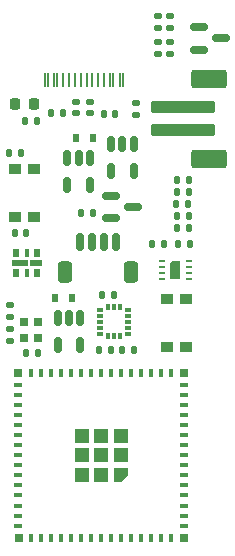
<source format=gbr>
%TF.GenerationSoftware,KiCad,Pcbnew,(6.0.4-0)*%
%TF.CreationDate,2022-11-23T21:06:29+01:00*%
%TF.ProjectId,ESP32_S2_MINI_1,45535033-325f-4533-925f-4d494e495f31,rev?*%
%TF.SameCoordinates,Original*%
%TF.FileFunction,Paste,Top*%
%TF.FilePolarity,Positive*%
%FSLAX46Y46*%
G04 Gerber Fmt 4.6, Leading zero omitted, Abs format (unit mm)*
G04 Created by KiCad (PCBNEW (6.0.4-0)) date 2022-11-23 21:06:29*
%MOMM*%
%LPD*%
G01*
G04 APERTURE LIST*
G04 Aperture macros list*
%AMRoundRect*
0 Rectangle with rounded corners*
0 $1 Rounding radius*
0 $2 $3 $4 $5 $6 $7 $8 $9 X,Y pos of 4 corners*
0 Add a 4 corners polygon primitive as box body*
4,1,4,$2,$3,$4,$5,$6,$7,$8,$9,$2,$3,0*
0 Add four circle primitives for the rounded corners*
1,1,$1+$1,$2,$3*
1,1,$1+$1,$4,$5*
1,1,$1+$1,$6,$7*
1,1,$1+$1,$8,$9*
0 Add four rect primitives between the rounded corners*
20,1,$1+$1,$2,$3,$4,$5,0*
20,1,$1+$1,$4,$5,$6,$7,0*
20,1,$1+$1,$6,$7,$8,$9,0*
20,1,$1+$1,$8,$9,$2,$3,0*%
%AMFreePoly0*
4,1,6,0.600000,-0.600000,-0.600000,-0.600000,-0.600000,0.000000,0.000000,0.600000,0.600000,0.600000,0.600000,-0.600000,0.600000,-0.600000,$1*%
%AMFreePoly1*
4,1,6,0.450000,-0.800000,-0.450000,-0.800000,-0.450000,0.530000,-0.180000,0.800000,0.450000,0.800000,0.450000,-0.800000,0.450000,-0.800000,$1*%
G04 Aperture macros list end*
%ADD10R,0.600000X0.700000*%
%ADD11RoundRect,0.147500X-0.147500X-0.172500X0.147500X-0.172500X0.147500X0.172500X-0.147500X0.172500X0*%
%ADD12RoundRect,0.135000X0.135000X0.185000X-0.135000X0.185000X-0.135000X-0.185000X0.135000X-0.185000X0*%
%ADD13R,0.800000X0.400000*%
%ADD14R,0.400000X0.800000*%
%ADD15R,1.200000X1.200000*%
%ADD16R,0.800000X0.800000*%
%ADD17FreePoly0,180.000000*%
%ADD18RoundRect,0.135000X-0.185000X0.135000X-0.185000X-0.135000X0.185000X-0.135000X0.185000X0.135000X0*%
%ADD19RoundRect,0.140000X0.140000X0.170000X-0.140000X0.170000X-0.140000X-0.170000X0.140000X-0.170000X0*%
%ADD20RoundRect,0.135000X0.185000X-0.135000X0.185000X0.135000X-0.185000X0.135000X-0.185000X-0.135000X0*%
%ADD21RoundRect,0.147500X-0.172500X0.147500X-0.172500X-0.147500X0.172500X-0.147500X0.172500X0.147500X0*%
%ADD22RoundRect,0.150000X-0.150000X0.512500X-0.150000X-0.512500X0.150000X-0.512500X0.150000X0.512500X0*%
%ADD23RoundRect,0.135000X-0.135000X-0.185000X0.135000X-0.185000X0.135000X0.185000X-0.135000X0.185000X0*%
%ADD24RoundRect,0.087500X0.187500X0.087500X-0.187500X0.087500X-0.187500X-0.087500X0.187500X-0.087500X0*%
%ADD25RoundRect,0.087500X0.087500X0.187500X-0.087500X0.187500X-0.087500X-0.187500X0.087500X-0.187500X0*%
%ADD26R,0.700000X0.700000*%
%ADD27FreePoly1,0.000000*%
%ADD28R,0.550000X0.250000*%
%ADD29RoundRect,0.150000X-0.587500X-0.150000X0.587500X-0.150000X0.587500X0.150000X-0.587500X0.150000X0*%
%ADD30R,0.500000X0.800000*%
%ADD31R,1.000000X0.500000*%
%ADD32R,0.300000X0.800000*%
%ADD33R,1.480000X0.500000*%
%ADD34RoundRect,0.218750X0.218750X0.256250X-0.218750X0.256250X-0.218750X-0.256250X0.218750X-0.256250X0*%
%ADD35RoundRect,0.147500X0.147500X0.172500X-0.147500X0.172500X-0.147500X-0.172500X0.147500X-0.172500X0*%
%ADD36RoundRect,0.150000X0.150000X0.625000X-0.150000X0.625000X-0.150000X-0.625000X0.150000X-0.625000X0*%
%ADD37RoundRect,0.250000X0.350000X0.650000X-0.350000X0.650000X-0.350000X-0.650000X0.350000X-0.650000X0*%
%ADD38R,1.000000X0.900000*%
%ADD39RoundRect,0.250000X-2.500000X0.250000X-2.500000X-0.250000X2.500000X-0.250000X2.500000X0.250000X0*%
%ADD40RoundRect,0.250000X-1.250000X0.550000X-1.250000X-0.550000X1.250000X-0.550000X1.250000X0.550000X0*%
%ADD41RoundRect,0.140000X-0.140000X-0.170000X0.140000X-0.170000X0.140000X0.170000X-0.140000X0.170000X0*%
%ADD42R,0.250000X1.300000*%
%ADD43R,0.220000X1.300000*%
G04 APERTURE END LIST*
D10*
%TO.C,D4*%
X192300000Y-68600000D03*
X190900000Y-68600000D03*
%TD*%
D11*
%TO.C,C5*%
X199460000Y-75240000D03*
X200430000Y-75240000D03*
%TD*%
D12*
%TO.C,R15*%
X198310000Y-77600000D03*
X197290000Y-77600000D03*
%TD*%
D13*
%TO.C,U2*%
X200007053Y-101454457D03*
X200007053Y-100604457D03*
X200007053Y-99754457D03*
X200007053Y-98904457D03*
X200007053Y-98054457D03*
X200007053Y-97204457D03*
X200007053Y-96354457D03*
X200007053Y-95504457D03*
X200007053Y-94654457D03*
X200007053Y-93804457D03*
X200007053Y-92954457D03*
X200007053Y-92104457D03*
X200007053Y-91254457D03*
X200007053Y-90404457D03*
X200007053Y-89554457D03*
D14*
X198957053Y-88504457D03*
X198107053Y-88504457D03*
X197257053Y-88504457D03*
X196407053Y-88504457D03*
X195557053Y-88504457D03*
X194707053Y-88504457D03*
X193857053Y-88504457D03*
X193007053Y-88504457D03*
X192157053Y-88504457D03*
X191307053Y-88504457D03*
X190457053Y-88504457D03*
X189607053Y-88504457D03*
X188757053Y-88504457D03*
X187907053Y-88504457D03*
X187057053Y-88504457D03*
D13*
X186007053Y-89554457D03*
X186007053Y-90404457D03*
X186007053Y-91254457D03*
X186007053Y-92104457D03*
X186007053Y-92954457D03*
X186007053Y-93804457D03*
X186007053Y-94654457D03*
X186007053Y-95504457D03*
X186007053Y-96354457D03*
X186007053Y-97204457D03*
X186007053Y-98054457D03*
X186007053Y-98904457D03*
X186007053Y-99754457D03*
X186007053Y-100604457D03*
X186007053Y-101454457D03*
D14*
X194707053Y-102504457D03*
D15*
X194657053Y-95504457D03*
D14*
X195557053Y-102504457D03*
D16*
X186057053Y-102504457D03*
D15*
X191357053Y-97154457D03*
X194657053Y-93854457D03*
D16*
X200007053Y-102504457D03*
X200007053Y-88504457D03*
D14*
X196407053Y-102504457D03*
D15*
X193007053Y-97154457D03*
D14*
X193857053Y-102504457D03*
X191307053Y-102504457D03*
X192157053Y-102504457D03*
X187907053Y-102504457D03*
X189607053Y-102504457D03*
D16*
X186007053Y-88504457D03*
D14*
X197257053Y-102504457D03*
X190457053Y-102504457D03*
X193007053Y-102504457D03*
X188757053Y-102504457D03*
X198957053Y-102504457D03*
D15*
X193007053Y-93854457D03*
D14*
X187057053Y-102504457D03*
D17*
X194657053Y-97154457D03*
D15*
X193007053Y-95504457D03*
X191357053Y-93854457D03*
D14*
X198107053Y-102504457D03*
D15*
X191357053Y-95504457D03*
%TD*%
D18*
%TO.C,R3*%
X185300000Y-84790000D03*
X185300000Y-85810000D03*
%TD*%
D11*
%TO.C,C2*%
X199445000Y-73170000D03*
X200415000Y-73170000D03*
%TD*%
D19*
%TO.C,C7*%
X192280000Y-75000000D03*
X191320000Y-75000000D03*
%TD*%
D20*
%TO.C,R11*%
X198800000Y-59310000D03*
X198800000Y-58290000D03*
%TD*%
D21*
%TO.C,R13*%
X190871278Y-65569336D03*
X190871278Y-66539336D03*
%TD*%
D22*
%TO.C,U7*%
X191250000Y-83862500D03*
X190300000Y-83862500D03*
X189350000Y-83862500D03*
X189350000Y-86137500D03*
X191250000Y-86137500D03*
%TD*%
D23*
%TO.C,R7*%
X186620000Y-86840000D03*
X187640000Y-86840000D03*
%TD*%
D24*
%TO.C,U5*%
X195325000Y-85200000D03*
X195325000Y-84700000D03*
X195325000Y-84200000D03*
X195325000Y-83700000D03*
X195325000Y-83200000D03*
D25*
X194600000Y-82975000D03*
X194100000Y-82975000D03*
X193600000Y-82975000D03*
D24*
X192875000Y-83200000D03*
X192875000Y-83700000D03*
X192875000Y-84200000D03*
X192875000Y-84700000D03*
X192875000Y-85200000D03*
D25*
X193600000Y-85425000D03*
X194100000Y-85425000D03*
X194600000Y-85425000D03*
%TD*%
D12*
%TO.C,R6*%
X200440000Y-72190000D03*
X199420000Y-72190000D03*
%TD*%
D18*
%TO.C,R14*%
X196000000Y-65690000D03*
X196000000Y-66710000D03*
%TD*%
D26*
%TO.C,U3*%
X186471000Y-85536000D03*
X187671000Y-85536000D03*
X187671000Y-84186000D03*
X186471000Y-84186000D03*
%TD*%
D27*
%TO.C,U6*%
X199300000Y-79800000D03*
D28*
X198125000Y-79050000D03*
X198125000Y-79550000D03*
X198125000Y-80050000D03*
X198125000Y-80550000D03*
X200475000Y-80550000D03*
X200475000Y-80050000D03*
X200475000Y-79550000D03*
X200475000Y-79050000D03*
%TD*%
D29*
%TO.C,Q1*%
X193862500Y-73550000D03*
X193862500Y-75450000D03*
X195737500Y-74500000D03*
%TD*%
D30*
%TO.C,D3*%
X187600000Y-78350000D03*
D31*
X187530000Y-79200000D03*
D32*
X186700000Y-78350000D03*
D30*
X185800000Y-78350000D03*
X185800000Y-80050000D03*
D32*
X186700000Y-80050000D03*
D30*
X187600000Y-80050000D03*
D33*
X186110000Y-79200000D03*
%TD*%
D11*
%TO.C,R9*%
X193238312Y-66595268D03*
X194208312Y-66595268D03*
%TD*%
D34*
%TO.C,C3*%
X187287500Y-65800000D03*
X185712500Y-65800000D03*
%TD*%
D23*
%TO.C,R1*%
X192790000Y-86600000D03*
X193810000Y-86600000D03*
%TD*%
D21*
%TO.C,R12*%
X192071278Y-65569336D03*
X192071278Y-66539336D03*
%TD*%
D35*
%TO.C,R4*%
X186685000Y-76700000D03*
X185715000Y-76700000D03*
%TD*%
D23*
%TO.C,R16*%
X199510000Y-77650000D03*
X200530000Y-77650000D03*
%TD*%
D36*
%TO.C,J5*%
X194250000Y-77475000D03*
X193250000Y-77475000D03*
X192250000Y-77475000D03*
X191250000Y-77475000D03*
D37*
X195550000Y-80000000D03*
X189950000Y-80000000D03*
%TD*%
D11*
%TO.C,D1*%
X194815000Y-86600000D03*
X195785000Y-86600000D03*
%TD*%
D21*
%TO.C,D2*%
X197800000Y-58315000D03*
X197800000Y-59285000D03*
%TD*%
D38*
%TO.C,RESET1*%
X187329418Y-71223076D03*
X187329418Y-75323076D03*
X185729418Y-75323076D03*
X185729418Y-71223076D03*
%TD*%
D23*
%TO.C,R17*%
X193090000Y-81950000D03*
X194110000Y-81950000D03*
%TD*%
D11*
%TO.C,R5*%
X199360000Y-74240000D03*
X200330000Y-74240000D03*
%TD*%
D39*
%TO.C,J4*%
X199900000Y-66000000D03*
X199900000Y-68000000D03*
D40*
X202150000Y-63600000D03*
X202150000Y-70400000D03*
%TD*%
D38*
%TO.C,BOOT1*%
X198600000Y-86350000D03*
X198600000Y-82250000D03*
X200200000Y-86350000D03*
X200200000Y-82250000D03*
%TD*%
D21*
%TO.C,D5*%
X197800000Y-60515000D03*
X197800000Y-61485000D03*
%TD*%
D22*
%TO.C,U8*%
X195750000Y-69162500D03*
X194800000Y-69162500D03*
X193850000Y-69162500D03*
X193850000Y-71437500D03*
X195750000Y-71437500D03*
%TD*%
D41*
%TO.C,C6*%
X199465000Y-76240000D03*
X200425000Y-76240000D03*
%TD*%
D20*
%TO.C,R8*%
X198800000Y-61510000D03*
X198800000Y-60490000D03*
%TD*%
D35*
%TO.C,C1*%
X186185000Y-69900000D03*
X185215000Y-69900000D03*
%TD*%
%TO.C,R10*%
X189749284Y-66551408D03*
X188779284Y-66551408D03*
%TD*%
%TO.C,C4*%
X187539766Y-67169914D03*
X186569766Y-67169914D03*
%TD*%
D10*
%TO.C,D6*%
X190510000Y-82150000D03*
X189110000Y-82150000D03*
%TD*%
D22*
%TO.C,U1*%
X192050000Y-70362500D03*
X191100000Y-70362500D03*
X190150000Y-70362500D03*
X190150000Y-72637500D03*
X192050000Y-72637500D03*
%TD*%
D29*
%TO.C,U4*%
X201262500Y-59250000D03*
X201262500Y-61150000D03*
X203137500Y-60200000D03*
%TD*%
D42*
%TO.C,J1*%
X194820032Y-63745268D03*
X194020032Y-63745268D03*
D43*
X192770032Y-63745268D03*
X191770032Y-63745268D03*
X191270032Y-63745268D03*
X190270032Y-63745268D03*
D42*
X189020032Y-63745268D03*
X188220032Y-63745268D03*
X188470032Y-63745268D03*
X189270032Y-63745268D03*
D43*
X189770032Y-63745268D03*
X190770032Y-63745268D03*
X192270032Y-63745268D03*
X193270032Y-63745268D03*
D42*
X193770032Y-63745268D03*
X194570032Y-63745268D03*
%TD*%
D20*
%TO.C,R2*%
X185300000Y-83810000D03*
X185300000Y-82790000D03*
%TD*%
M02*

</source>
